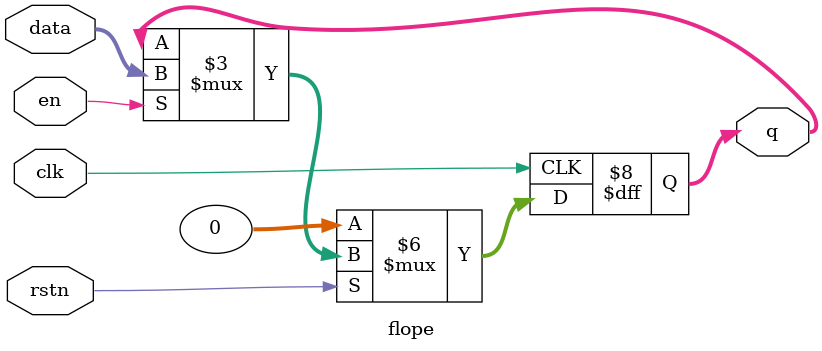
<source format=sv>
`default_nettype none
`timescale 1ns / 1ps


module mux2
    #(parameter WIDTH = 32)
     (input wire [WIDTH-1:0] data0, data1,
      input wire s,
      output wire [WIDTH-1:0] data);

    assign data = s ? data1 : data0;
endmodule

module mux4
    #(parameter WIDTH = 32)
     (input wire [WIDTH-1:0] data0, data1, data2, data3,
      input wire [1:0] s,
      output logic [WIDTH-1:0] data);

    always_comb begin
        (* parallel_case *) unique case(s)
            2'b00: data = data0;
            2'b01: data = data1;
            2'b10: data = data2;
            2'b11: data = data3;
        endcase
    end
endmodule

module flop
    #(parameter WIDTH = 32) 
    (input wire clk,
     input wire rstn,
     input wire [WIDTH-1:0] data,
     output reg [WIDTH-1:0] q);

    always_ff @(posedge clk) begin
        if (~rstn) q <= 0;
        else       q <= data;
    end
    
endmodule


module flope
    #(parameter WIDTH = 32) 
    (input wire clk,
     input wire rstn,
     input wire en,
     input wire [WIDTH-1:0] data,
     output reg [WIDTH-1:0] q);

    always_ff @(posedge clk) begin
        if (~rstn) q <= 0;
        else begin
            if (en) q <= data;
        end
    end
    
endmodule

`default_nettype wire

</source>
